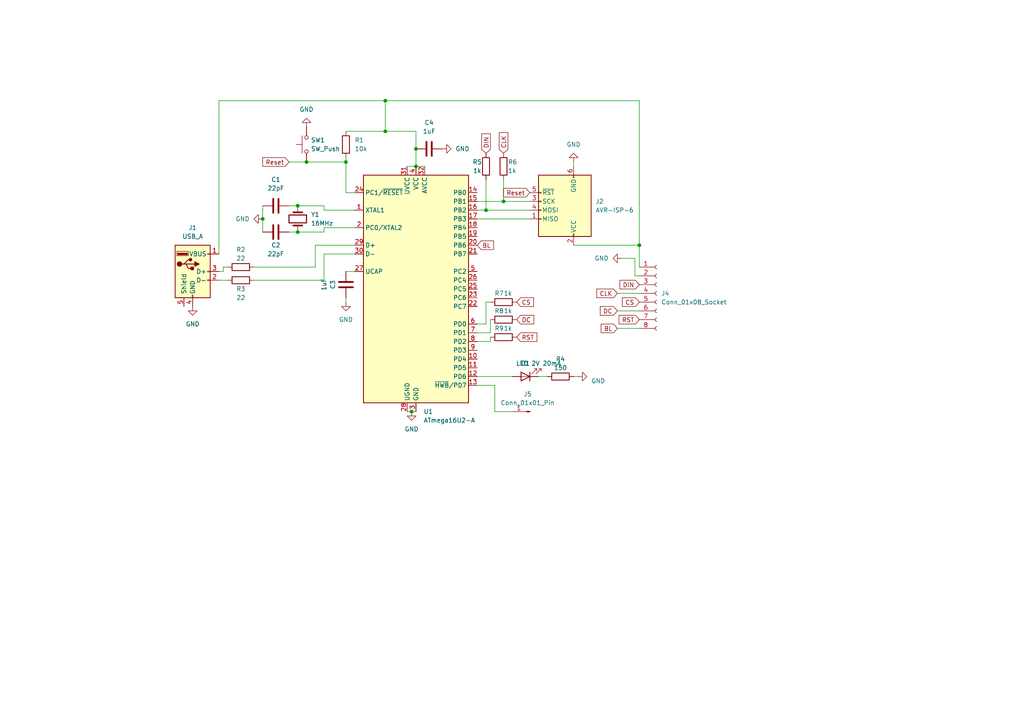
<source format=kicad_sch>
(kicad_sch (version 20230121) (generator eeschema)
  (paper "A4")
  (lib_symbols
    (symbol "Connector:AVR-ISP-6" (pin_names (offset 1.016))
      (property "Reference" "J" (at -6.35 11.43 0))
      (property "Value" "AVR-ISP-6" (at 0 11.43 0))
      (symbol "AVR-ISP-6_0_1"
        (rectangle (start -2.667 -6.858) (end -2.413 -7.62))
        (rectangle (start -2.667 10.16) (end -2.413 9.398))
        (rectangle (start 7.62 -2.413) (end 6.858 -2.667))
        (rectangle (start 7.62 0.127) (end 6.858 -0.127))
        (rectangle (start 7.62 2.667) (end 6.858 2.413))
        (rectangle (start 7.62 5.207) (end 6.858 4.953))
        (rectangle (start 7.62 10.16) (end -7.62 -7.62) (stroke (width 0.254)) (fill (type background)))
      )
      (symbol "AVR-ISP-6_1_1"
        (pin passive line (at 10.16 5.08 180) (length 2.54) (name "MISO") (number "1"))
        (pin passive line (at -2.54 12.7 270) (length 2.54) (name "VCC") (number "2"))
        (pin passive line (at 10.16 0 180) (length 2.54) (name "SCK") (number "3"))
        (pin passive line (at 10.16 2.54 180) (length 2.54) (name "MOSI") (number "4"))
        (pin passive line (at 10.16 -2.54 180) (length 2.54) (name "~{RST}") (number "5"))
        (pin passive line (at -2.54 -10.16 90) (length 2.54) (name "GND") (number "6"))
      )
    )
    (symbol "Connector:Conn_01x01_Pin" (pin_names (offset 1.016) hide)
      (property "Reference" "J" (at 0 2.54 0))
      (property "Value" "Conn_01x01_Pin" (at 0 -2.54 0))
      (symbol "Conn_01x01_Pin_1_1"
        (polyline (pts (xy 1.27 0) (xy 0.8636 0)) (stroke (width 0.1524)))
        (rectangle (start 0.8636 0.127) (end 0 -0.127) (stroke (width 0.1524)) (fill (type outline)))
        (pin passive line (at 5.08 0 180) (length 3.81) (name "Pin_1") (number "1"))
      )
    )
    (symbol "Connector:Conn_01x08_Socket" (pin_names (offset 1.016) hide)
      (property "Reference" "J" (at 0 10.16 0))
      (property "Value" "Conn_01x08_Socket" (at 0 -12.7 0))
      (symbol "Conn_01x08_Socket_1_1"
        (arc (start 0 -9.652) (mid -0.5058 -10.16) (end 0 -10.668) (stroke (width 0.1524)))
        (arc (start 0 -7.112) (mid -0.5058 -7.62) (end 0 -8.128) (stroke (width 0.1524)))
        (arc (start 0 -4.572) (mid -0.5058 -5.08) (end 0 -5.588) (stroke (width 0.1524)))
        (arc (start 0 -2.032) (mid -0.5058 -2.54) (end 0 -3.048) (stroke (width 0.1524)))
        (polyline (pts (xy -1.27 -10.16) (xy -0.508 -10.16)) (stroke (width 0.1524)))
        (polyline (pts (xy -1.27 -7.62) (xy -0.508 -7.62)) (stroke (width 0.1524)))
        (polyline (pts (xy -1.27 -5.08) (xy -0.508 -5.08)) (stroke (width 0.1524)))
        (polyline (pts (xy -1.27 -2.54) (xy -0.508 -2.54)) (stroke (width 0.1524)))
        (polyline (pts (xy -1.27 0) (xy -0.508 0)) (stroke (width 0.1524)))
        (polyline (pts (xy -1.27 2.54) (xy -0.508 2.54)) (stroke (width 0.1524)))
        (polyline (pts (xy -1.27 5.08) (xy -0.508 5.08)) (stroke (width 0.1524)))
        (polyline (pts (xy -1.27 7.62) (xy -0.508 7.62)) (stroke (width 0.1524)))
        (arc (start 0 0.508) (mid -0.5058 0) (end 0 -0.508) (stroke (width 0.1524)))
        (arc (start 0 3.048) (mid -0.5058 2.54) (end 0 2.032) (stroke (width 0.1524)))
        (arc (start 0 5.588) (mid -0.5058 5.08) (end 0 4.572) (stroke (width 0.1524)))
        (arc (start 0 8.128) (mid -0.5058 7.62) (end 0 7.112) (stroke (width 0.1524)))
        (pin passive line (at -5.08 7.62 0) (length 3.81) (name "Pin_1") (number "1"))
        (pin passive line (at -5.08 5.08 0) (length 3.81) (name "Pin_2") (number "2"))
        (pin passive line (at -5.08 2.54 0) (length 3.81) (name "Pin_3") (number "3"))
        (pin passive line (at -5.08 0 0) (length 3.81) (name "Pin_4") (number "4"))
        (pin passive line (at -5.08 -2.54 0) (length 3.81) (name "Pin_5") (number "5"))
        (pin passive line (at -5.08 -5.08 0) (length 3.81) (name "Pin_6") (number "6"))
        (pin passive line (at -5.08 -7.62 0) (length 3.81) (name "Pin_7") (number "7"))
        (pin passive line (at -5.08 -10.16 0) (length 3.81) (name "Pin_8") (number "8"))
      )
    )
    (symbol "Connector:USB_A" (pin_names (offset 1.016))
      (property "Reference" "J" (at -5.08 11.43 0))
      (property "Value" "USB_A" (at -5.08 8.89 0))
      (symbol "USB_A_0_1"
        (rectangle (start -5.08 -7.62) (end 5.08 7.62) (stroke (width 0.254)) (fill (type background)))
        (circle (center -3.81 2.159) (radius 0.635) (stroke (width 0.254)) (fill (type outline)))
        (rectangle (start -1.524 4.826) (end -4.318 5.334) (fill (type outline)))
        (rectangle (start -1.27 4.572) (end -4.572 5.842))
        (circle (center -0.635 3.429) (radius 0.381) (stroke (width 0.254)) (fill (type outline)))
        (rectangle (start -0.127 -7.62) (end 0.127 -6.858))
        (polyline (pts (xy -3.175 2.159) (xy -2.54 2.159) (xy -1.27 3.429) (xy -0.635 3.429)) (stroke (width 0.254)))
        (polyline (pts (xy -2.54 2.159) (xy -1.905 2.159) (xy -1.27 0.889) (xy 0 0.889)) (stroke (width 0.254)))
        (polyline (pts (xy 0.635 2.794) (xy 0.635 1.524) (xy 1.905 2.159) (xy 0.635 2.794)) (stroke (width 0.254)) (fill (type outline)))
        (rectangle (start 0.254 1.27) (end -0.508 0.508) (stroke (width 0.254)) (fill (type outline)))
        (rectangle (start 5.08 -2.667) (end 4.318 -2.413))
        (rectangle (start 5.08 -0.127) (end 4.318 0.127))
        (rectangle (start 5.08 4.953) (end 4.318 5.207))
      )
      (symbol "USB_A_1_1"
        (polyline (pts (xy -1.905 2.159) (xy 0.635 2.159)) (stroke (width 0.254)))
        (pin power_in line (at 7.62 5.08 180) (length 2.54) (name "VBUS") (number "1"))
        (pin bidirectional line (at 7.62 -2.54 180) (length 2.54) (name "D-") (number "2"))
        (pin bidirectional line (at 7.62 0 180) (length 2.54) (name "D+") (number "3"))
        (pin power_in line (at 0 -10.16 90) (length 2.54) (name "GND") (number "4"))
        (pin passive line (at -2.54 -10.16 90) (length 2.54) (name "Shield") (number "5"))
      )
    )
    (symbol "Device:C" (pin_numbers hide) (pin_names (offset 0.254))
      (property "Reference" "C" (at 0.635 2.54 0))
      (property "Value" "C" (at 0.635 -2.54 0))
      (symbol "C_0_1"
        (polyline (pts (xy -2.032 -0.762) (xy 2.032 -0.762)) (stroke (width 0.508)))
        (polyline (pts (xy -2.032 0.762) (xy 2.032 0.762)) (stroke (width 0.508)))
      )
      (symbol "C_1_1"
        (pin passive line (at 0 3.81 270) (length 2.794) (name "~") (number "1"))
        (pin passive line (at 0 -3.81 90) (length 2.794) (name "~") (number "2"))
      )
    )
    (symbol "Device:Crystal" (pin_numbers hide) (pin_names (offset 1.016) hide)
      (property "Reference" "Y" (at 0 3.81 0))
      (property "Value" "Crystal" (at 0 -3.81 0))
      (symbol "Crystal_0_1"
        (rectangle (start -1.143 2.54) (end 1.143 -2.54) (stroke (width 0.3048)))
        (polyline (pts (xy -2.54 0) (xy -1.905 0)))
        (polyline (pts (xy -1.905 -1.27) (xy -1.905 1.27)) (stroke (width 0.508)))
        (polyline (pts (xy 1.905 -1.27) (xy 1.905 1.27)) (stroke (width 0.508)))
        (polyline (pts (xy 2.54 0) (xy 1.905 0)))
      )
      (symbol "Crystal_1_1"
        (pin passive line (at -3.81 0 0) (length 1.27) (name "1") (number "1"))
        (pin passive line (at 3.81 0 180) (length 1.27) (name "2") (number "2"))
      )
    )
    (symbol "Device:LED" (pin_numbers hide) (pin_names (offset 1.016) hide)
      (property "Reference" "D" (at 0 2.54 0))
      (property "Value" "LED" (at 0 -2.54 0))
      (symbol "LED_0_1"
        (polyline (pts (xy -1.27 -1.27) (xy -1.27 1.27)) (stroke (width 0.254)))
        (polyline (pts (xy -1.27 0) (xy 1.27 0)))
        (polyline (pts (xy 1.27 -1.27) (xy 1.27 1.27) (xy -1.27 0) (xy 1.27 -1.27)) (stroke (width 0.254)))
        (polyline (pts (xy -3.048 -0.762) (xy -4.572 -2.286) (xy -3.81 -2.286) (xy -4.572 -2.286) (xy -4.572 -1.524)))
        (polyline (pts (xy -1.778 -0.762) (xy -3.302 -2.286) (xy -2.54 -2.286) (xy -3.302 -2.286) (xy -3.302 -1.524)))
      )
      (symbol "LED_1_1"
        (pin passive line (at -3.81 0 0) (length 2.54) (name "K") (number "1"))
        (pin passive line (at 3.81 0 180) (length 2.54) (name "A") (number "2"))
      )
    )
    (symbol "Device:R" (pin_numbers hide) (pin_names (offset 0))
      (property "Reference" "R" (at 2.032 0 90))
      (property "Value" "R" (at 0 0 90))
      (symbol "R_0_1"
        (rectangle (start -1.016 -2.54) (end 1.016 2.54) (stroke (width 0.254)))
      )
      (symbol "R_1_1"
        (pin passive line (at 0 3.81 270) (length 1.27) (name "~") (number "1"))
        (pin passive line (at 0 -3.81 90) (length 1.27) (name "~") (number "2"))
      )
    )
    (symbol "MCU_Microchip_ATmega:ATmega16U2-A"
      (property "Reference" "U" (at -15.24 34.29 0))
      (property "Value" "ATmega16U2-A" (at 2.54 -34.29 0))
      (symbol "ATmega16U2-A_0_1"
        (rectangle (start -15.24 -33.02) (end 15.24 33.02) (stroke (width 0.254)) (fill (type background)))
      )
      (symbol "ATmega16U2-A_1_1"
        (pin input line (at -17.78 22.86 0) (length 2.54) (name "XTAL1") (number "1"))
        (pin bidirectional line (at 17.78 -20.32 180) (length 2.54) (name "PD4") (number "10"))
        (pin bidirectional line (at 17.78 -22.86 180) (length 2.54) (name "PD5") (number "11"))
        (pin bidirectional line (at 17.78 -25.4 180) (length 2.54) (name "PD6") (number "12"))
        (pin bidirectional line (at 17.78 -27.94 180) (length 2.54) (name "~{HWB}/PD7") (number "13"))
        (pin bidirectional line (at 17.78 27.94 180) (length 2.54) (name "PB0") (number "14"))
        (pin bidirectional line (at 17.78 25.4 180) (length 2.54) (name "PB1") (number "15"))
        (pin bidirectional line (at 17.78 22.86 180) (length 2.54) (name "PB2") (number "16"))
        (pin bidirectional line (at 17.78 20.32 180) (length 2.54) (name "PB3") (number "17"))
        (pin bidirectional line (at 17.78 17.78 180) (length 2.54) (name "PB4") (number "18"))
        (pin bidirectional line (at 17.78 15.24 180) (length 2.54) (name "PB5") (number "19"))
        (pin bidirectional line (at -17.78 17.78 0) (length 2.54) (name "PC0/XTAL2") (number "2"))
        (pin bidirectional line (at 17.78 12.7 180) (length 2.54) (name "PB6") (number "20"))
        (pin bidirectional line (at 17.78 10.16 180) (length 2.54) (name "PB7") (number "21"))
        (pin bidirectional line (at 17.78 -5.08 180) (length 2.54) (name "PC7") (number "22"))
        (pin bidirectional line (at 17.78 -2.54 180) (length 2.54) (name "PC6") (number "23"))
        (pin bidirectional line (at -17.78 27.94 0) (length 2.54) (name "PC1/~{RESET}") (number "24"))
        (pin bidirectional line (at 17.78 0 180) (length 2.54) (name "PC5") (number "25"))
        (pin bidirectional line (at 17.78 2.54 180) (length 2.54) (name "PC4") (number "26"))
        (pin passive line (at -17.78 5.08 0) (length 2.54) (name "UCAP") (number "27"))
        (pin power_in line (at -2.54 -35.56 90) (length 2.54) (name "UGND") (number "28"))
        (pin bidirectional line (at -17.78 12.7 0) (length 2.54) (name "D+") (number "29"))
        (pin power_in line (at 0 -35.56 90) (length 2.54) (name "GND") (number "3"))
        (pin bidirectional line (at -17.78 10.16 0) (length 2.54) (name "D-") (number "30"))
        (pin power_in line (at -2.54 35.56 270) (length 2.54) (name "UVCC") (number "31"))
        (pin power_in line (at 2.54 35.56 270) (length 2.54) (name "AVCC") (number "32"))
        (pin power_in line (at 0 35.56 270) (length 2.54) (name "VCC") (number "4"))
        (pin bidirectional line (at 17.78 5.08 180) (length 2.54) (name "PC2") (number "5"))
        (pin bidirectional line (at 17.78 -10.16 180) (length 2.54) (name "PD0") (number "6"))
        (pin bidirectional line (at 17.78 -12.7 180) (length 2.54) (name "PD1") (number "7"))
        (pin bidirectional line (at 17.78 -15.24 180) (length 2.54) (name "PD2") (number "8"))
        (pin bidirectional line (at 17.78 -17.78 180) (length 2.54) (name "PD3") (number "9"))
      )
    )
    (symbol "Switch:SW_Push" (pin_numbers hide) (pin_names (offset 1.016) hide)
      (property "Reference" "SW" (at 1.27 2.54 0))
      (property "Value" "SW_Push" (at 0 -1.524 0))
      (symbol "SW_Push_0_1"
        (circle (center -2.032 0) (radius 0.508))
        (polyline (pts (xy 0 1.27) (xy 0 3.048)))
        (polyline (pts (xy 2.54 1.27) (xy -2.54 1.27)))
        (circle (center 2.032 0) (radius 0.508))
        (pin passive line (at -5.08 0 0) (length 2.54) (name "1") (number "1"))
        (pin passive line (at 5.08 0 180) (length 2.54) (name "2") (number "2"))
      )
    )
    (symbol "power:GND" (power) (pin_names (offset 0))
      (property "Value" "GND" (at 0 -3.81 0))
      (symbol "GND_0_1"
        (polyline (pts (xy 0 0) (xy 0 -1.27) (xy 1.27 -1.27) (xy 0 -2.54) (xy -1.27 -1.27) (xy 0 -1.27)))
      )
      (symbol "GND_1_1"
        (pin power_in line (at 0 0 270) (length 0) hide (name "GND") (number "1"))
      )
    )
  )
  (junction (at 111.76 38.1))
  (junction (at 76.2 63.5))
  (junction (at 86.36 67.31))
  (junction (at 146.05 58.42))
  (junction (at 86.36 59.69))
  (junction (at 111.76 29.21))
  (junction (at 100.33 46.99))
  (junction (at 185.42 71.12))
  (junction (at 120.65 48.26))
  (junction (at 120.65 43.18))
  (junction (at 140.97 60.96))
  (junction (at 88.9 46.99))
  (junction (at 119.38 119.38))
  (wire (pts (xy 66.04 77.47) (xy 64.77 77.47)))
  (wire (pts (xy 143.51 111.76) (xy 143.51 119.38)))
  (wire (pts (xy 88.9 46.99) (xy 100.33 46.99)))
  (wire (pts (xy 91.44 71.12) (xy 102.87 71.12)))
  (wire (pts (xy 185.42 71.12) (xy 185.42 29.21)))
  (wire (pts (xy 100.33 55.88) (xy 102.87 55.88)))
  (wire (pts (xy 100.33 38.1) (xy 111.76 38.1)))
  (wire (pts (xy 140.97 87.63) (xy 142.24 87.63)))
  (wire (pts (xy 64.77 77.47) (xy 64.77 78.74)))
  (wire (pts (xy 142.24 96.52) (xy 142.24 92.71)))
  (wire (pts (xy 118.11 119.38) (xy 119.38 119.38)))
  (wire (pts (xy 143.51 119.38) (xy 148.59 119.38)))
  (wire (pts (xy 185.42 80.01) (xy 184.15 80.01)))
  (wire (pts (xy 93.98 60.96) (xy 102.87 60.96)))
  (wire (pts (xy 76.2 59.69) (xy 76.2 63.5)))
  (wire (pts (xy 119.38 119.38) (xy 120.65 119.38)))
  (wire (pts (xy 138.43 96.52) (xy 142.24 96.52)))
  (wire (pts (xy 83.82 46.99) (xy 88.9 46.99)))
  (wire (pts (xy 142.24 99.06) (xy 142.24 97.79)))
  (wire (pts (xy 140.97 52.07) (xy 140.97 60.96)))
  (wire (pts (xy 138.43 109.22) (xy 148.59 109.22)))
  (wire (pts (xy 146.05 58.42) (xy 153.67 58.42)))
  (wire (pts (xy 63.5 73.66) (xy 63.5 29.21)))
  (wire (pts (xy 111.76 29.21) (xy 111.76 38.1)))
  (wire (pts (xy 179.07 85.09) (xy 185.42 85.09)))
  (wire (pts (xy 166.37 71.12) (xy 185.42 71.12)))
  (wire (pts (xy 76.2 63.5) (xy 76.2 67.31)))
  (wire (pts (xy 63.5 81.28) (xy 66.04 81.28)))
  (wire (pts (xy 138.43 93.98) (xy 140.97 93.98)))
  (wire (pts (xy 138.43 63.5) (xy 153.67 63.5)))
  (wire (pts (xy 140.97 60.96) (xy 153.67 60.96)))
  (wire (pts (xy 138.43 111.76) (xy 143.51 111.76)))
  (wire (pts (xy 83.82 67.31) (xy 86.36 67.31)))
  (wire (pts (xy 91.44 77.47) (xy 91.44 71.12)))
  (wire (pts (xy 118.11 48.26) (xy 120.65 48.26)))
  (wire (pts (xy 100.33 78.74) (xy 102.87 78.74)))
  (wire (pts (xy 93.98 81.28) (xy 93.98 73.66)))
  (wire (pts (xy 120.65 38.1) (xy 120.65 43.18)))
  (wire (pts (xy 158.75 109.22) (xy 156.21 109.22)))
  (wire (pts (xy 83.82 59.69) (xy 86.36 59.69)))
  (wire (pts (xy 138.43 58.42) (xy 146.05 58.42)))
  (wire (pts (xy 86.36 67.31) (xy 93.98 67.31)))
  (wire (pts (xy 138.43 60.96) (xy 140.97 60.96)))
  (wire (pts (xy 167.64 109.22) (xy 166.37 109.22)))
  (wire (pts (xy 73.66 77.47) (xy 91.44 77.47)))
  (wire (pts (xy 146.05 52.07) (xy 146.05 58.42)))
  (wire (pts (xy 100.33 46.99) (xy 100.33 55.88)))
  (wire (pts (xy 93.98 66.04) (xy 102.87 66.04)))
  (wire (pts (xy 93.98 73.66) (xy 102.87 73.66)))
  (wire (pts (xy 184.15 80.01) (xy 184.15 74.93)))
  (wire (pts (xy 63.5 29.21) (xy 111.76 29.21)))
  (wire (pts (xy 111.76 38.1) (xy 120.65 38.1)))
  (wire (pts (xy 100.33 45.72) (xy 100.33 46.99)))
  (wire (pts (xy 86.36 59.69) (xy 93.98 59.69)))
  (wire (pts (xy 140.97 93.98) (xy 140.97 87.63)))
  (wire (pts (xy 93.98 67.31) (xy 93.98 66.04)))
  (wire (pts (xy 185.42 29.21) (xy 111.76 29.21)))
  (wire (pts (xy 73.66 81.28) (xy 93.98 81.28)))
  (wire (pts (xy 179.07 95.25) (xy 185.42 95.25)))
  (wire (pts (xy 138.43 99.06) (xy 142.24 99.06)))
  (wire (pts (xy 64.77 78.74) (xy 63.5 78.74)))
  (wire (pts (xy 120.65 43.18) (xy 120.65 48.26)))
  (wire (pts (xy 166.37 48.26) (xy 166.37 46.99)))
  (wire (pts (xy 185.42 71.12) (xy 185.42 77.47)))
  (wire (pts (xy 179.07 90.17) (xy 185.42 90.17)))
  (wire (pts (xy 93.98 59.69) (xy 93.98 60.96)))
  (wire (pts (xy 184.15 74.93) (xy 180.34 74.93)))
  (wire (pts (xy 100.33 87.63) (xy 100.33 86.36)))
  (wire (pts (xy 120.65 48.26) (xy 123.19 48.26)))
  (global_label "DIN" (shape input) (at 140.97 44.45 90) (property "Intersheetrefs" "${INTERSHEET_REFS}" (effects hide)))
  (global_label "CS" (shape input) (at 149.86 87.63 0) (property "Intersheetrefs" "${INTERSHEET_REFS}" (effects hide)))
  (global_label "Reset" (shape input) (at 153.67 55.88 180) (property "Intersheetrefs" "${INTERSHEET_REFS}" (effects hide)))
  (global_label "BL" (shape input) (at 179.07 95.25 180) (property "Intersheetrefs" "${INTERSHEET_REFS}" (effects hide)))
  (global_label "CLK" (shape input) (at 179.07 85.09 180) (property "Intersheetrefs" "${INTERSHEET_REFS}" (effects hide)))
  (global_label "DIN" (shape input) (at 185.42 82.55 180) (property "Intersheetrefs" "${INTERSHEET_REFS}" (effects hide)))
  (global_label "DC" (shape input) (at 149.86 92.71 0) (property "Intersheetrefs" "${INTERSHEET_REFS}" (effects hide)))
  (global_label "CS" (shape input) (at 185.42 87.63 180) (property "Intersheetrefs" "${INTERSHEET_REFS}" (effects hide)))
  (global_label "CLK" (shape input) (at 146.05 44.45 90) (property "Intersheetrefs" "${INTERSHEET_REFS}" (effects hide)))
  (global_label "Reset" (shape input) (at 83.82 46.99 180) (property "Intersheetrefs" "${INTERSHEET_REFS}" (effects hide)))
  (global_label "RST" (shape input) (at 185.42 92.71 180) (property "Intersheetrefs" "${INTERSHEET_REFS}" (effects hide)))
  (global_label "RST" (shape input) (at 149.86 97.79 0) (property "Intersheetrefs" "${INTERSHEET_REFS}" (effects hide)))
  (global_label "DC" (shape input) (at 179.07 90.17 180) (property "Intersheetrefs" "${INTERSHEET_REFS}" (effects hide)))
  (global_label "BL" (shape input) (at 138.43 71.12 0) (property "Intersheetrefs" "${INTERSHEET_REFS}" (effects hide)))
  (symbol (lib_id "Device:R") (at 69.85 77.47 90) (unit 1)
    (property "Reference" "R2" (at 69.85 72.39 90))
    (property "Value" "22" (at 69.85 74.93 90))
    (property "Footprint" "Resistor_SMD:R_0603_1608Metric" (effects hide))
  )
  (symbol (lib_id "power:GND") (at 167.64 109.22 90) (unit 1)
    (property "Reference" "#PWR08" (effects hide))
    (property "Value" "GND" (at 171.45 110.49 90) (effects (justify right)))
  )
  (symbol (lib_id "power:GND") (at 128.27 43.18 90) (unit 1)
    (property "Reference" "#PWR05" (effects hide))
    (property "Value" "GND" (at 132.08 43.18 90) (effects (justify right)))
  )
  (symbol (lib_id "power:GND") (at 180.34 74.93 270) (unit 1)
    (property "Reference" "#PWR09" (effects hide))
    (property "Value" "GND" (at 176.53 74.93 90) (effects (justify right)))
  )
  (symbol (lib_id "Device:C") (at 80.01 67.31 90) (unit 1)
    (property "Reference" "C2" (at 80.01 71.12 90))
    (property "Value" "22pF" (at 80.01 73.66 90))
    (property "Footprint" "Capacitor_SMD:C_0603_1608Metric" (effects hide))
  )
  (symbol (lib_id "Device:R") (at 146.05 87.63 90) (unit 1)
    (property "Reference" "R7" (at 144.78 85.09 90))
    (property "Value" "1k" (at 147.32 85.09 90))
    (property "Footprint" "Resistor_SMD:R_0603_1608Metric" (effects hide))
  )
  (symbol (lib_id "Device:R") (at 146.05 48.26 180) (unit 1)
    (property "Reference" "R6" (at 147.32 46.99 0) (effects (justify right)))
    (property "Value" "1k" (at 147.32 49.53 0) (effects (justify right)))
    (property "Footprint" "Resistor_SMD:R_0603_1608Metric" (effects hide))
  )
  (symbol (lib_id "power:GND") (at 76.2 63.5 270) (unit 1)
    (property "Reference" "#PWR01" (effects hide))
    (property "Value" "GND" (at 72.39 63.5 90) (effects (justify right)))
  )
  (symbol (lib_id "Device:R") (at 140.97 48.26 180) (unit 1)
    (property "Reference" "R5" (at 138.43 46.99 0))
    (property "Value" "1k" (at 138.43 49.53 0))
    (property "Footprint" "Resistor_SMD:R_0603_1608Metric" (effects hide))
  )
  (symbol (lib_id "Device:R") (at 162.56 109.22 90) (unit 1)
    (property "Reference" "R4" (at 162.56 104.14 90))
    (property "Value" "150" (at 162.56 106.68 90))
    (property "Footprint" "Resistor_SMD:R_0603_1608Metric" (effects hide))
  )
  (symbol (lib_id "power:GND") (at 166.37 46.99 180) (unit 1)
    (property "Reference" "#PWR07" (effects hide))
    (property "Value" "GND" (at 166.37 41.91 0))
  )
  (symbol (lib_id "Device:C") (at 100.33 82.55 0) (unit 1)
    (property "Reference" "C3" (at 96.52 82.55 90))
    (property "Value" "1uF" (at 93.98 82.55 90))
    (property "Footprint" "Capacitor_SMD:C_0603_1608Metric" (effects hide))
  )
  (symbol (lib_id "Device:Crystal") (at 86.36 63.5 90) (unit 1)
    (property "Reference" "Y1" (at 90.17 62.23 90) (effects (justify right)))
    (property "Value" "16MHz" (at 90.17 64.77 90) (effects (justify right)))
    (property "Footprint" "Crystal:Crystal_HC49-4H_Vertical" (effects hide))
  )
  (symbol (lib_id "Device:C") (at 80.01 59.69 90) (unit 1)
    (property "Reference" "C1" (at 80.01 52.07 90))
    (property "Value" "22pF" (at 80.01 54.61 90))
    (property "Footprint" "Capacitor_SMD:C_0603_1608Metric" (effects hide))
  )
  (symbol (lib_id "power:GND") (at 55.88 88.9 0) (unit 1)
    (property "Reference" "#PWR06" (effects hide))
    (property "Value" "GND" (at 55.88 93.98 0))
  )
  (symbol (lib_id "power:GND") (at 119.38 119.38 0) (unit 1)
    (property "Reference" "#PWR03" (effects hide))
    (property "Value" "GND" (at 119.38 124.46 0))
  )
  (symbol (lib_id "Connector:USB_A") (at 55.88 78.74 0) (unit 1)
    (property "Reference" "J1" (at 55.88 66.04 0))
    (property "Value" "USB_A" (at 55.88 68.58 0))
    (property "Footprint" "Connector_USB:USB_A_CNCTech_1001-011-01101_Horizontal" (effects hide))
    (property "Datasheet" " ~" (effects hide))
  )
  (symbol (lib_id "power:GND") (at 88.9 36.83 180) (unit 1)
    (property "Reference" "#PWR04" (effects hide))
    (property "Value" "GND" (at 88.9 31.75 0))
  )
  (symbol (lib_id "power:GND") (at 100.33 87.63 0) (unit 1)
    (property "Reference" "#PWR02" (effects hide))
    (property "Value" "GND" (at 100.33 92.71 0))
  )
  (symbol (lib_id "Device:R") (at 100.33 41.91 0) (unit 1)
    (property "Reference" "R1" (at 102.87 40.64 0) (effects (justify left)))
    (property "Value" "10k" (at 102.87 43.18 0) (effects (justify left)))
    (property "Footprint" "Resistor_SMD:R_0603_1608Metric" (effects hide))
  )
  (symbol (lib_id "Switch:SW_Push") (at 88.9 41.91 90) (unit 1)
    (property "Reference" "SW1" (at 90.17 40.64 90) (effects (justify right)))
    (property "Value" "SW_Push" (at 90.17 43.18 90) (effects (justify right)))
    (property "Footprint" "Button_Switch_SMD:SW_Tactile_SPST_NO_Straight_CK_PTS636Sx25SMTRLFS" (effects hide))
  )
  (symbol (lib_id "Device:R") (at 69.85 81.28 90) (unit 1)
    (property "Reference" "R3" (at 69.85 83.82 90))
    (property "Value" "22" (at 69.85 86.36 90))
    (property "Footprint" "Resistor_SMD:R_0603_1608Metric" (effects hide))
  )
  (symbol (lib_id "Device:C") (at 124.46 43.18 90) (unit 1)
    (property "Reference" "C4" (at 124.46 35.56 90))
    (property "Value" "1uF" (at 124.46 38.1 90))
    (property "Footprint" "Capacitor_SMD:C_0603_1608Metric" (effects hide))
  )
  (symbol (lib_id "Device:LED") (at 152.4 109.22 180) (unit 1)
    (property "Reference" "D1" (at 152.4 105.41 0))
    (property "Value" "LED 2V 20mA" (at 156.21 105.41 0))
    (property "Footprint" "LED_SMD:LED_0603_1608Metric" (effects hide))
  )
  (symbol (lib_id "Connector:Conn_01x01_Pin") (at 153.67 119.38 180) (unit 1)
    (property "Reference" "J5" (at 153.035 114.3 0))
    (property "Value" "Conn_01x01_Pin" (at 153.035 116.84 0))
    (property "Footprint" "Connector_PinHeader_2.54mm:PinHeader_1x01_P2.54mm_Horizontal" (effects hide))
  )
  (symbol (lib_id "Device:R") (at 146.05 97.79 90) (unit 1)
    (property "Reference" "R9" (at 144.78 95.25 90))
    (property "Value" "1k" (at 147.32 95.25 90))
    (property "Footprint" "Resistor_SMD:R_0603_1608Metric" (effects hide))
  )
  (symbol (lib_id "Device:R") (at 146.05 92.71 90) (unit 1)
    (property "Reference" "R8" (at 144.78 90.17 90))
    (property "Value" "1k" (at 147.32 90.17 90))
    (property "Footprint" "Resistor_SMD:R_0603_1608Metric" (effects hide))
  )
  (symbol (lib_id "Connector:AVR-ISP-6") (at 163.83 58.42 180) (unit 1)
    (property "Reference" "J2" (at 172.72 58.42 0) (effects (justify right)))
    (property "Value" "AVR-ISP-6" (at 172.72 60.96 0) (effects (justify right)))
    (property "Footprint" "Connector_PinHeader_2.54mm:PinHeader_2x03_P2.54mm_Horizontal" (effects hide))
    (property "Datasheet" " ~" (effects hide))
  )
  (symbol (lib_id "Connector:Conn_01x08_Socket") (at 190.5 85.09 0) (unit 1)
    (property "Reference" "J4" (at 191.77 85.09 0) (effects (justify left)))
    (property "Value" "Conn_01x08_Socket" (at 191.77 87.63 0) (effects (justify left)))
    (property "Footprint" "Connector_PinSocket_2.54mm:PinSocket_1x08_P2.54mm_Vertical" (effects hide))
  )
  (symbol (lib_id "MCU_Microchip_ATmega:ATmega16U2-A") (at 120.65 83.82 0) (unit 1)
    (property "Reference" "U1" (at 122.8441 119.38 0) (effects (justify left)))
    (property "Value" "ATmega16U2-A" (at 122.8441 121.92 0) (effects (justify left)))
    (property "Footprint" "Package_QFP:TQFP-32_7x7mm_P0.8mm" (effects hide))
    (property "Datasheet" "http://ww1.microchip.com/downloads/en/DeviceDoc/doc7799.pdf" (effects hide))
  )
)
</source>
